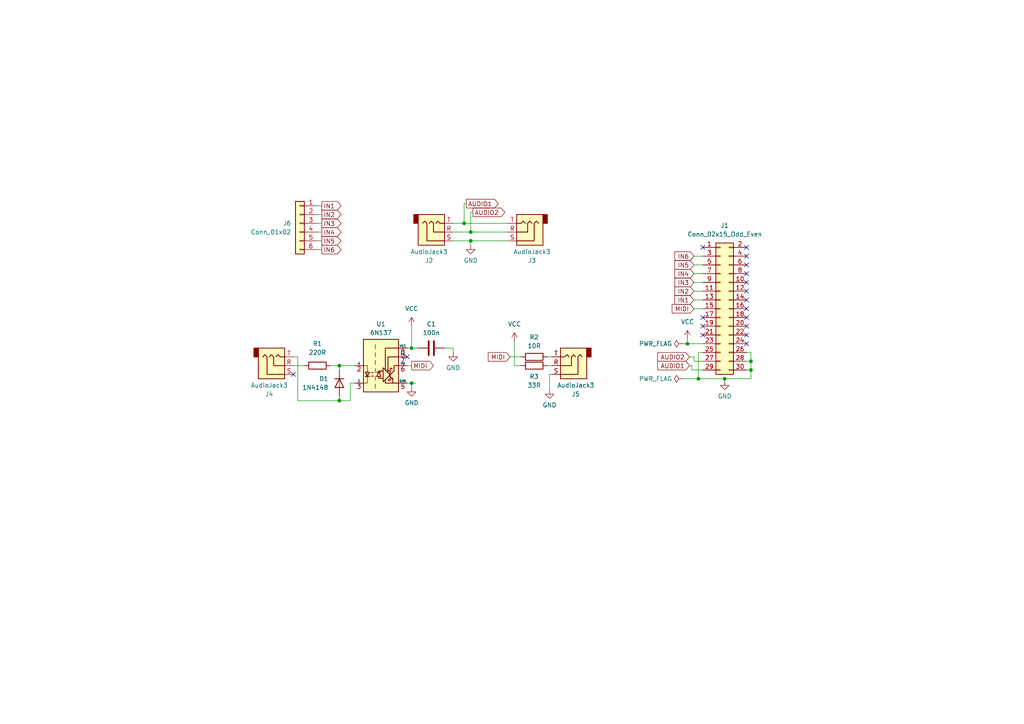
<source format=kicad_sch>
(kicad_sch (version 20230121) (generator eeschema)
  (paper "A4")
  (title_block (title "ad3-audio-midi-adapter") (date "2023-09-18") (rev "A"))
  (lib_symbols
    (symbol "Connector_Audio:AudioJack3"
      (property "Reference" "J" (at 0 8.89 0))
      (property "Value" "AudioJack3" (at 0 6.35 0))
      (symbol "AudioJack3_0_1"
        (rectangle (start -5.08 -5.08) (end -6.35 -2.54) (stroke (width 0.254)) (fill (type outline)))
        (polyline (pts (xy 0 -2.54) (xy 0.635 -3.175) (xy 1.27 -2.54) (xy 2.54 -2.54)) (stroke (width 0.254)))
        (polyline (pts (xy -1.905 -2.54) (xy -1.27 -3.175) (xy -0.635 -2.54) (xy -0.635 0) (xy 2.54 0)) (stroke (width 0.254)))
        (polyline (pts (xy 2.54 2.54) (xy -2.54 2.54) (xy -2.54 -2.54) (xy -3.175 -3.175) (xy -3.81 -2.54)) (stroke (width 0.254)))
        (rectangle (start 2.54 3.81) (end -5.08 -5.08) (stroke (width 0.254)) (fill (type background)))
      )
      (symbol "AudioJack3_1_1"
        (pin passive line (at 5.08 0 180) (length 2.54) (name "~") (number "R"))
        (pin passive line (at 5.08 2.54 180) (length 2.54) (name "~") (number "S"))
        (pin passive line (at 5.08 -2.54 180) (length 2.54) (name "~") (number "T"))
      )
    )
    (symbol "Connector_Generic:Conn_01x06" (pin_names (offset 1.016) hide)
      (property "Reference" "J" (at 0 7.62 0))
      (property "Value" "Conn_01x06" (at 0 -10.16 0))
      (symbol "Conn_01x06_1_1"
        (rectangle (start -1.27 -7.493) (end 0 -7.747) (stroke (width 0.1524)))
        (rectangle (start -1.27 -4.953) (end 0 -5.207) (stroke (width 0.1524)))
        (rectangle (start -1.27 -2.413) (end 0 -2.667) (stroke (width 0.1524)))
        (rectangle (start -1.27 0.127) (end 0 -0.127) (stroke (width 0.1524)))
        (rectangle (start -1.27 2.667) (end 0 2.413) (stroke (width 0.1524)))
        (rectangle (start -1.27 5.207) (end 0 4.953) (stroke (width 0.1524)))
        (rectangle (start -1.27 6.35) (end 1.27 -8.89) (stroke (width 0.254)) (fill (type background)))
        (pin passive line (at -5.08 5.08 0) (length 3.81) (name "Pin_1") (number "1"))
        (pin passive line (at -5.08 2.54 0) (length 3.81) (name "Pin_2") (number "2"))
        (pin passive line (at -5.08 0 0) (length 3.81) (name "Pin_3") (number "3"))
        (pin passive line (at -5.08 -2.54 0) (length 3.81) (name "Pin_4") (number "4"))
        (pin passive line (at -5.08 -5.08 0) (length 3.81) (name "Pin_5") (number "5"))
        (pin passive line (at -5.08 -7.62 0) (length 3.81) (name "Pin_6") (number "6"))
      )
    )
    (symbol "Connector_Generic:Conn_02x15_Odd_Even" (pin_names (offset 1.016) hide)
      (property "Reference" "J" (at 1.27 20.32 0))
      (property "Value" "Conn_02x15_Odd_Even" (at 1.27 -20.32 0))
      (symbol "Conn_02x15_Odd_Even_1_1"
        (rectangle (start -1.27 -17.653) (end 0 -17.907) (stroke (width 0.1524)))
        (rectangle (start -1.27 -15.113) (end 0 -15.367) (stroke (width 0.1524)))
        (rectangle (start -1.27 -12.573) (end 0 -12.827) (stroke (width 0.1524)))
        (rectangle (start -1.27 -10.033) (end 0 -10.287) (stroke (width 0.1524)))
        (rectangle (start -1.27 -7.493) (end 0 -7.747) (stroke (width 0.1524)))
        (rectangle (start -1.27 -4.953) (end 0 -5.207) (stroke (width 0.1524)))
        (rectangle (start -1.27 -2.413) (end 0 -2.667) (stroke (width 0.1524)))
        (rectangle (start -1.27 0.127) (end 0 -0.127) (stroke (width 0.1524)))
        (rectangle (start -1.27 2.667) (end 0 2.413) (stroke (width 0.1524)))
        (rectangle (start -1.27 5.207) (end 0 4.953) (stroke (width 0.1524)))
        (rectangle (start -1.27 7.747) (end 0 7.493) (stroke (width 0.1524)))
        (rectangle (start -1.27 10.287) (end 0 10.033) (stroke (width 0.1524)))
        (rectangle (start -1.27 12.827) (end 0 12.573) (stroke (width 0.1524)))
        (rectangle (start -1.27 15.367) (end 0 15.113) (stroke (width 0.1524)))
        (rectangle (start -1.27 17.907) (end 0 17.653) (stroke (width 0.1524)))
        (rectangle (start -1.27 19.05) (end 3.81 -19.05) (stroke (width 0.254)) (fill (type background)))
        (rectangle (start 3.81 -17.653) (end 2.54 -17.907) (stroke (width 0.1524)))
        (rectangle (start 3.81 -15.113) (end 2.54 -15.367) (stroke (width 0.1524)))
        (rectangle (start 3.81 -12.573) (end 2.54 -12.827) (stroke (width 0.1524)))
        (rectangle (start 3.81 -10.033) (end 2.54 -10.287) (stroke (width 0.1524)))
        (rectangle (start 3.81 -7.493) (end 2.54 -7.747) (stroke (width 0.1524)))
        (rectangle (start 3.81 -4.953) (end 2.54 -5.207) (stroke (width 0.1524)))
        (rectangle (start 3.81 -2.413) (end 2.54 -2.667) (stroke (width 0.1524)))
        (rectangle (start 3.81 0.127) (end 2.54 -0.127) (stroke (width 0.1524)))
        (rectangle (start 3.81 2.667) (end 2.54 2.413) (stroke (width 0.1524)))
        (rectangle (start 3.81 5.207) (end 2.54 4.953) (stroke (width 0.1524)))
        (rectangle (start 3.81 7.747) (end 2.54 7.493) (stroke (width 0.1524)))
        (rectangle (start 3.81 10.287) (end 2.54 10.033) (stroke (width 0.1524)))
        (rectangle (start 3.81 12.827) (end 2.54 12.573) (stroke (width 0.1524)))
        (rectangle (start 3.81 15.367) (end 2.54 15.113) (stroke (width 0.1524)))
        (rectangle (start 3.81 17.907) (end 2.54 17.653) (stroke (width 0.1524)))
        (pin passive line (at -5.08 17.78 0) (length 3.81) (name "Pin_1") (number "1"))
        (pin passive line (at 7.62 7.62 180) (length 3.81) (name "Pin_10") (number "10"))
        (pin passive line (at -5.08 5.08 0) (length 3.81) (name "Pin_11") (number "11"))
        (pin passive line (at 7.62 5.08 180) (length 3.81) (name "Pin_12") (number "12"))
        (pin passive line (at -5.08 2.54 0) (length 3.81) (name "Pin_13") (number "13"))
        (pin passive line (at 7.62 2.54 180) (length 3.81) (name "Pin_14") (number "14"))
        (pin passive line (at -5.08 0 0) (length 3.81) (name "Pin_15") (number "15"))
        (pin passive line (at 7.62 0 180) (length 3.81) (name "Pin_16") (number "16"))
        (pin passive line (at -5.08 -2.54 0) (length 3.81) (name "Pin_17") (number "17"))
        (pin passive line (at 7.62 -2.54 180) (length 3.81) (name "Pin_18") (number "18"))
        (pin passive line (at -5.08 -5.08 0) (length 3.81) (name "Pin_19") (number "19"))
        (pin passive line (at 7.62 17.78 180) (length 3.81) (name "Pin_2") (number "2"))
        (pin passive line (at 7.62 -5.08 180) (length 3.81) (name "Pin_20") (number "20"))
        (pin passive line (at -5.08 -7.62 0) (length 3.81) (name "Pin_21") (number "21"))
        (pin passive line (at 7.62 -7.62 180) (length 3.81) (name "Pin_22") (number "22"))
        (pin passive line (at -5.08 -10.16 0) (length 3.81) (name "Pin_23") (number "23"))
        (pin passive line (at 7.62 -10.16 180) (length 3.81) (name "Pin_24") (number "24"))
        (pin passive line (at -5.08 -12.7 0) (length 3.81) (name "Pin_25") (number "25"))
        (pin passive line (at 7.62 -12.7 180) (length 3.81) (name "Pin_26") (number "26"))
        (pin passive line (at -5.08 -15.24 0) (length 3.81) (name "Pin_27") (number "27"))
        (pin passive line (at 7.62 -15.24 180) (length 3.81) (name "Pin_28") (number "28"))
        (pin passive line (at -5.08 -17.78 0) (length 3.81) (name "Pin_29") (number "29"))
        (pin passive line (at -5.08 15.24 0) (length 3.81) (name "Pin_3") (number "3"))
        (pin passive line (at 7.62 -17.78 180) (length 3.81) (name "Pin_30") (number "30"))
        (pin passive line (at 7.62 15.24 180) (length 3.81) (name "Pin_4") (number "4"))
        (pin passive line (at -5.08 12.7 0) (length 3.81) (name "Pin_5") (number "5"))
        (pin passive line (at 7.62 12.7 180) (length 3.81) (name "Pin_6") (number "6"))
        (pin passive line (at -5.08 10.16 0) (length 3.81) (name "Pin_7") (number "7"))
        (pin passive line (at 7.62 10.16 180) (length 3.81) (name "Pin_8") (number "8"))
        (pin passive line (at -5.08 7.62 0) (length 3.81) (name "Pin_9") (number "9"))
      )
    )
    (symbol "Device:C" (pin_numbers hide) (pin_names (offset 0.254))
      (property "Reference" "C" (at 0.635 2.54 0))
      (property "Value" "C" (at 0.635 -2.54 0))
      (symbol "C_0_1"
        (polyline (pts (xy -2.032 -0.762) (xy 2.032 -0.762)) (stroke (width 0.508)))
        (polyline (pts (xy -2.032 0.762) (xy 2.032 0.762)) (stroke (width 0.508)))
      )
      (symbol "C_1_1"
        (pin passive line (at 0 3.81 270) (length 2.794) (name "~") (number "1"))
        (pin passive line (at 0 -3.81 90) (length 2.794) (name "~") (number "2"))
      )
    )
    (symbol "Device:R" (pin_numbers hide) (pin_names (offset 0))
      (property "Reference" "R" (at 2.032 0 90))
      (property "Value" "R" (at 0 0 90))
      (symbol "R_0_1"
        (rectangle (start -1.016 -2.54) (end 1.016 2.54) (stroke (width 0.254)))
      )
      (symbol "R_1_1"
        (pin passive line (at 0 3.81 270) (length 1.27) (name "~") (number "1"))
        (pin passive line (at 0 -3.81 90) (length 1.27) (name "~") (number "2"))
      )
    )
    (symbol "Diode:1N4148" (pin_numbers hide) (pin_names hide)
      (property "Reference" "D" (at 0 2.54 0))
      (property "Value" "1N4148" (at 0 -2.54 0))
      (symbol "1N4148_0_1"
        (polyline (pts (xy -1.27 1.27) (xy -1.27 -1.27)) (stroke (width 0.254)))
        (polyline (pts (xy 1.27 0) (xy -1.27 0)))
        (polyline (pts (xy 1.27 1.27) (xy 1.27 -1.27) (xy -1.27 0) (xy 1.27 1.27)) (stroke (width 0.254)))
      )
      (symbol "1N4148_1_1"
        (pin passive line (at -3.81 0 0) (length 2.54) (name "K") (number "1"))
        (pin passive line (at 3.81 0 180) (length 2.54) (name "A") (number "2"))
      )
    )
    (symbol "Isolator:6N137" (pin_names (offset 0))
      (property "Reference" "U" (at -4.064 8.89 0))
      (property "Value" "6N137" (at 0 -8.89 0))
      (symbol "6N137_0_1"
        (polyline (pts (xy 2.667 -3.556) (xy 2.667 -1.651)) (stroke (width 0.254)))
        (polyline (pts (xy 2.667 -2.159) (xy 2.667 -2.921)) (stroke (width 0.254)))
        (polyline (pts (xy 3.429 -3.937) (xy 3.429 -5.08)) (stroke (width 0.254)))
        (polyline (pts (xy -0.635 -3.302) (xy -0.635 -3.683) (xy 0.635 -3.683)) (stroke (width 0.254)))
        (polyline (pts (xy -0.635 -1.905) (xy -0.635 -1.524) (xy 0.508 -1.524)) (stroke (width 0.254)))
        (polyline (pts (xy 1.27 -4.064) (xy 1.27 -5.08) (xy 5.08 -5.08)) (stroke (width 0.254)))
        (polyline (pts (xy 1.27 -1.27) (xy 1.27 5.08) (xy 5.08 5.08)) (stroke (width 0.254)))
        (polyline (pts (xy 2.032 -1.27) (xy 2.032 2.54) (xy 5.08 2.54)) (stroke (width 0.254)))
        (polyline (pts (xy -5.08 -5.08) (xy -3.937 -5.08) (xy -3.937 0) (xy -5.08 0)))
        (polyline (pts (xy 2.667 -3.302) (xy 2.667 -4.318) (xy 2.159 -4.318) (xy 2.159 -3.937)) (stroke (width 0.254)))
        (polyline (pts (xy 2.667 -2.667) (xy 0.635 -4.699) (xy 0.635 -0.635) (xy 2.667 -2.667)) (stroke (width 0.254)))
        (polyline (pts (xy 2.667 -1.778) (xy 2.667 -0.762) (xy 3.175 -0.762) (xy 3.175 -1.143)) (stroke (width 0.254)))
        (polyline (pts (xy 2.794 -2.54) (xy 3.81 -1.524) (xy 3.81 0) (xy 5.08 0)) (stroke (width 0.254)))
        (polyline (pts (xy 2.667 -3.175) (xy 3.429 -3.937) (xy 3.302 -3.556) (xy 3.048 -3.81) (xy 3.429 -3.937)) (stroke (width 0.254)))
        (circle (center 2.032 -1.524) (radius 0.254) (stroke (width 0.254)))
      )
      (symbol "6N137_1_1"
        (rectangle (start -5.08 7.62) (end 5.08 -7.62) (stroke (width 0.254)) (fill (type background)))
        (polyline (pts (xy -4.572 -3.175) (xy -3.302 -3.175)) (stroke (width 0.254)))
        (polyline (pts (xy -1.651 -5.334) (xy -1.651 -6.604)))
        (polyline (pts (xy -1.651 -3.048) (xy -1.651 -4.318)))
        (polyline (pts (xy -1.651 -0.762) (xy -1.651 -2.032)))
        (polyline (pts (xy -1.651 1.524) (xy -1.651 0.254)))
        (polyline (pts (xy -1.651 3.81) (xy -1.651 2.54)))
        (polyline (pts (xy -1.651 6.096) (xy -1.651 4.826)))
        (polyline (pts (xy -1.27 -1.905) (xy 0 -1.905)) (stroke (width 0.254)))
        (polyline (pts (xy -3.937 -3.175) (xy -4.572 -1.905) (xy -3.302 -1.905) (xy -3.937 -3.175)) (stroke (width 0.254)))
        (polyline (pts (xy -0.635 -1.905) (xy -1.27 -3.175) (xy 0 -3.175) (xy -0.635 -1.905)) (stroke (width 0.254)))
        (polyline (pts (xy -2.921 -3.048) (xy -2.159 -3.048) (xy -2.54 -3.175) (xy -2.54 -2.921) (xy -2.159 -3.048)) (stroke (width 0.127)))
        (polyline (pts (xy -2.921 -2.032) (xy -2.159 -2.032) (xy -2.54 -2.159) (xy -2.54 -1.905) (xy -2.159 -2.032)) (stroke (width 0.127)))
        (pin no_connect line (at -5.08 5.08 0) (length 2.54) hide (name "NC") (number "1"))
        (pin passive line (at -7.62 0 0) (length 2.54) (name "A") (number "2"))
        (pin passive line (at -7.62 -5.08 0) (length 2.54) (name "C") (number "3"))
        (pin power_in line (at 7.62 -5.08 180) (length 2.54) (name "GND") (number "5"))
        (pin open_collector line (at 7.62 0 180) (length 2.54) (name "VO") (number "6"))
        (pin input line (at 7.62 2.54 180) (length 2.54) (name "EN") (number "7"))
        (pin power_in line (at 7.62 5.08 180) (length 2.54) (name "VCC") (number "8"))
      )
    )
    (symbol "power:GND" (power) (pin_names (offset 0))
      (property "Value" "GND" (at 0 -3.81 0))
      (symbol "GND_0_1"
        (polyline (pts (xy 0 0) (xy 0 -1.27) (xy 1.27 -1.27) (xy 0 -2.54) (xy -1.27 -1.27) (xy 0 -1.27)))
      )
      (symbol "GND_1_1"
        (pin power_in line (at 0 0 270) (length 0) hide (name "GND") (number "1"))
      )
    )
    (symbol "power:PWR_FLAG" (power) (pin_numbers hide) (pin_names (offset 0) hide)
      (property "Value" "PWR_FLAG" (at 0 3.81 0))
      (symbol "PWR_FLAG_0_0"
        (pin power_out line (at 0 0 90) (length 0) (name "pwr") (number "1"))
      )
      (symbol "PWR_FLAG_0_1"
        (polyline (pts (xy 0 0) (xy 0 1.27) (xy -1.016 1.905) (xy 0 2.54) (xy 1.016 1.905) (xy 0 1.27)))
      )
    )
    (symbol "power:VCC" (power) (pin_names (offset 0))
      (property "Value" "VCC" (at 0 3.81 0))
      (symbol "VCC_0_1"
        (polyline (pts (xy -0.762 1.27) (xy 0 2.54)))
        (polyline (pts (xy 0 0) (xy 0 2.54)))
        (polyline (pts (xy 0 2.54) (xy 0.762 1.27)))
      )
      (symbol "VCC_1_1"
        (pin power_in line (at 0 0 90) (length 0) hide (name "VCC") (number "1"))
      )
    )
  )
  (junction (at 119.38 100.965))
  (junction (at 202.565 109.855))
  (junction (at 136.525 67.31))
  (junction (at 98.425 106.045))
  (junction (at 136.525 69.85))
  (junction (at 217.805 104.775))
  (junction (at 210.185 109.855))
  (junction (at 134.62 64.77))
  (junction (at 217.805 107.315))
  (junction (at 98.425 116.205))
  (junction (at 199.39 99.695))
  (junction (at 119.38 111.125))
  (no_connect (at 216.535 84.455))
  (no_connect (at 216.535 94.615))
  (no_connect (at 216.535 92.075))
  (no_connect (at 216.535 76.835))
  (no_connect (at 216.535 74.295))
  (no_connect (at 216.535 97.155))
  (no_connect (at 203.835 94.615))
  (no_connect (at 216.535 79.375))
  (no_connect (at 216.535 89.535))
  (no_connect (at 216.535 81.915))
  (no_connect (at 216.535 99.695))
  (no_connect (at 203.835 92.075))
  (no_connect (at 216.535 71.755))
  (no_connect (at 203.835 71.755))
  (no_connect (at 118.11 103.505))
  (no_connect (at 85.09 108.585))
  (no_connect (at 203.835 97.155))
  (no_connect (at 216.535 86.995))
  (wire (pts (xy 200.66 107.315) (xy 203.835 107.315)))
  (wire (pts (xy 201.295 104.775) (xy 203.835 104.775)))
  (wire (pts (xy 118.11 111.125) (xy 119.38 111.125)))
  (wire (pts (xy 158.75 103.505) (xy 160.02 103.505)))
  (wire (pts (xy 200.025 106.045) (xy 200.66 106.045)))
  (wire (pts (xy 118.11 106.045) (xy 119.38 106.045)))
  (wire (pts (xy 201.295 89.535) (xy 203.835 89.535)))
  (wire (pts (xy 128.905 100.965) (xy 131.445 100.965)))
  (wire (pts (xy 101.6 116.205) (xy 101.6 111.125)))
  (wire (pts (xy 217.805 102.235) (xy 217.805 104.775)))
  (wire (pts (xy 136.525 69.85) (xy 147.32 69.85)))
  (wire (pts (xy 217.805 104.775) (xy 217.805 107.315)))
  (wire (pts (xy 136.525 61.595) (xy 137.16 61.595)))
  (wire (pts (xy 149.225 106.045) (xy 151.13 106.045)))
  (wire (pts (xy 201.295 76.835) (xy 203.835 76.835)))
  (wire (pts (xy 98.425 114.935) (xy 98.425 116.205)))
  (wire (pts (xy 149.225 99.06) (xy 149.225 106.045)))
  (wire (pts (xy 210.185 109.855) (xy 217.805 109.855)))
  (wire (pts (xy 201.295 86.995) (xy 203.835 86.995)))
  (wire (pts (xy 95.885 106.045) (xy 98.425 106.045)))
  (wire (pts (xy 147.955 103.505) (xy 151.13 103.505)))
  (wire (pts (xy 201.295 79.375) (xy 203.835 79.375)))
  (wire (pts (xy 134.62 59.055) (xy 135.255 59.055)))
  (wire (pts (xy 216.535 107.315) (xy 217.805 107.315)))
  (wire (pts (xy 119.38 111.125) (xy 119.38 112.395)))
  (wire (pts (xy 92.075 59.69) (xy 93.345 59.69)))
  (wire (pts (xy 201.295 81.915) (xy 203.835 81.915)))
  (wire (pts (xy 201.295 84.455) (xy 203.835 84.455)))
  (wire (pts (xy 86.36 116.205) (xy 98.425 116.205)))
  (wire (pts (xy 203.835 99.695) (xy 199.39 99.695)))
  (wire (pts (xy 210.185 109.855) (xy 210.185 110.49)))
  (wire (pts (xy 198.12 109.855) (xy 202.565 109.855)))
  (wire (pts (xy 202.565 109.855) (xy 210.185 109.855)))
  (wire (pts (xy 159.385 108.585) (xy 160.02 108.585)))
  (wire (pts (xy 147.32 64.77) (xy 134.62 64.77)))
  (wire (pts (xy 200.025 103.505) (xy 201.295 103.505)))
  (wire (pts (xy 201.295 103.505) (xy 201.295 104.775)))
  (wire (pts (xy 92.075 72.39) (xy 93.345 72.39)))
  (wire (pts (xy 92.075 67.31) (xy 93.345 67.31)))
  (wire (pts (xy 202.565 102.235) (xy 202.565 109.855)))
  (wire (pts (xy 202.565 102.235) (xy 203.835 102.235)))
  (wire (pts (xy 217.805 107.315) (xy 217.805 109.855)))
  (wire (pts (xy 118.11 100.965) (xy 119.38 100.965)))
  (wire (pts (xy 199.39 99.695) (xy 199.39 98.425)))
  (wire (pts (xy 131.445 69.85) (xy 136.525 69.85)))
  (wire (pts (xy 134.62 59.055) (xy 134.62 64.77)))
  (wire (pts (xy 98.425 106.045) (xy 102.87 106.045)))
  (wire (pts (xy 119.38 100.965) (xy 121.285 100.965)))
  (wire (pts (xy 85.09 103.505) (xy 86.36 103.505)))
  (wire (pts (xy 158.75 106.045) (xy 160.02 106.045)))
  (wire (pts (xy 86.36 103.505) (xy 86.36 116.205)))
  (wire (pts (xy 119.38 94.615) (xy 119.38 100.965)))
  (wire (pts (xy 136.525 67.31) (xy 136.525 61.595)))
  (wire (pts (xy 198.12 99.695) (xy 199.39 99.695)))
  (wire (pts (xy 119.38 111.125) (xy 120.65 111.125)))
  (wire (pts (xy 98.425 106.045) (xy 98.425 107.315)))
  (wire (pts (xy 131.445 64.77) (xy 134.62 64.77)))
  (wire (pts (xy 136.525 69.85) (xy 136.525 71.12)))
  (wire (pts (xy 131.445 100.965) (xy 131.445 102.235)))
  (wire (pts (xy 92.075 69.85) (xy 93.345 69.85)))
  (wire (pts (xy 200.66 106.045) (xy 200.66 107.315)))
  (wire (pts (xy 216.535 102.235) (xy 217.805 102.235)))
  (wire (pts (xy 92.075 62.23) (xy 93.345 62.23)))
  (wire (pts (xy 92.075 64.77) (xy 93.345 64.77)))
  (wire (pts (xy 136.525 67.31) (xy 147.32 67.31)))
  (wire (pts (xy 201.295 74.295) (xy 203.835 74.295)))
  (wire (pts (xy 98.425 116.205) (xy 101.6 116.205)))
  (wire (pts (xy 159.385 113.03) (xy 159.385 108.585)))
  (wire (pts (xy 101.6 111.125) (xy 102.87 111.125)))
  (wire (pts (xy 216.535 104.775) (xy 217.805 104.775)))
  (wire (pts (xy 85.09 106.045) (xy 88.265 106.045)))
  (wire (pts (xy 131.445 67.31) (xy 136.525 67.31)))
  (global_label "AUDIO2" (shape input) (at 200.025 103.505 180) (property "Intersheetrefs" "${INTERSHEET_REFS}" (effects hide)))
  (global_label "AUDIO1" (shape input) (at 200.025 106.045 180) (property "Intersheetrefs" "${INTERSHEET_REFS}" (effects hide)))
  (global_label "IN6" (shape input) (at 201.295 74.295 180) (property "Intersheetrefs" "${INTERSHEET_REFS}" (effects hide)))
  (global_label "IN6" (shape output) (at 93.345 72.39 0) (property "Intersheetrefs" "${INTERSHEET_REFS}" (effects hide)))
  (global_label "IN3" (shape input) (at 201.295 81.915 180) (property "Intersheetrefs" "${INTERSHEET_REFS}" (effects hide)))
  (global_label "IN2" (shape output) (at 93.345 62.23 0) (property "Intersheetrefs" "${INTERSHEET_REFS}" (effects hide)))
  (global_label "IN2" (shape input) (at 201.295 84.455 180) (property "Intersheetrefs" "${INTERSHEET_REFS}" (effects hide)))
  (global_label "IN5" (shape input) (at 201.295 76.835 180) (property "Intersheetrefs" "${INTERSHEET_REFS}" (effects hide)))
  (global_label "AUDIO1" (shape output) (at 135.255 59.055 0) (property "Intersheetrefs" "${INTERSHEET_REFS}" (effects hide)))
  (global_label "MIDI" (shape input) (at 201.295 89.535 180) (property "Intersheetrefs" "${INTERSHEET_REFS}" (effects hide)))
  (global_label "IN3" (shape output) (at 93.345 64.77 0) (property "Intersheetrefs" "${INTERSHEET_REFS}" (effects hide)))
  (global_label "MIDI" (shape input) (at 147.955 103.505 180) (property "Intersheetrefs" "${INTERSHEET_REFS}" (effects hide)))
  (global_label "MIDI" (shape output) (at 119.38 106.045 0) (property "Intersheetrefs" "${INTERSHEET_REFS}" (effects hide)))
  (global_label "IN1" (shape output) (at 93.345 59.69 0) (property "Intersheetrefs" "${INTERSHEET_REFS}" (effects hide)))
  (global_label "IN1" (shape input) (at 201.295 86.995 180) (property "Intersheetrefs" "${INTERSHEET_REFS}" (effects hide)))
  (global_label "AUDIO2" (shape output) (at 137.16 61.595 0) (property "Intersheetrefs" "${INTERSHEET_REFS}" (effects hide)))
  (global_label "IN5" (shape output) (at 93.345 69.85 0) (property "Intersheetrefs" "${INTERSHEET_REFS}" (effects hide)))
  (global_label "IN4" (shape output) (at 93.345 67.31 0) (property "Intersheetrefs" "${INTERSHEET_REFS}" (effects hide)))
  (global_label "IN4" (shape input) (at 201.295 79.375 180) (property "Intersheetrefs" "${INTERSHEET_REFS}" (effects hide)))
  (symbol (lib_id "power:GND") (at 131.445 102.235 0) (unit 1)
    (property "Reference" "#PWR06" (effects hide))
    (property "Value" "GND" (at 131.445 106.68 0))
  )
  (symbol (lib_id "Connector_Audio:AudioJack3") (at 80.01 106.045 0) (mirror x) (unit 1)
    (property "Reference" "J4" (at 78.105 114.3 0))
    (property "Value" "AudioJack3" (at 78.105 111.76 0))
    (property "Footprint" "STX-3120-3B:Jack_3.5mm_STX-3120-3B_Horizontal" (effects hide))
  )
  (symbol (lib_id "Connector_Audio:AudioJack3") (at 152.4 67.31 180) (unit 1)
    (property "Reference" "J3" (at 154.305 75.565 0))
    (property "Value" "AudioJack3" (at 154.305 73.025 0))
    (property "Footprint" "STX-3120-3B:Jack_3.5mm_STX-3120-3B_Horizontal" (effects hide))
  )
  (symbol (lib_id "Isolator:6N137") (at 110.49 106.045 0) (unit 1)
    (property "Reference" "U1" (at 110.49 93.98 0))
    (property "Value" "6N137" (at 110.49 96.52 0))
    (property "Footprint" "Package_DIP:DIP-8_W7.62mm" (effects hide))
    (property "Datasheet" "https://docs.broadcom.com/docs/AV02-0940EN" (effects hide))
  )
  (symbol (lib_id "Device:C") (at 125.095 100.965 90) (unit 1)
    (property "Reference" "C1" (at 125.095 93.98 90))
    (property "Value" "100n" (at 125.095 96.52 90))
    (property "Footprint" "Capacitor_THT:C_Disc_D4.3mm_W1.9mm_P5.00mm" (effects hide))
  )
  (symbol (lib_id "Connector_Audio:AudioJack3") (at 165.1 106.045 180) (unit 1)
    (property "Reference" "J5" (at 167.005 114.3 0))
    (property "Value" "AudioJack3" (at 167.005 111.76 0))
    (property "Footprint" "STX-3120-3B:Jack_3.5mm_STX-3120-3B_Horizontal" (effects hide))
  )
  (symbol (lib_id "Device:R") (at 154.94 103.505 90) (unit 1)
    (property "Reference" "R2" (at 154.94 97.79 90))
    (property "Value" "10R" (at 154.94 100.33 90))
    (property "Footprint" "Resistor_THT:R_Axial_DIN0207_L6.3mm_D2.5mm_P10.16mm_Horizontal" (effects hide))
  )
  (symbol (lib_id "power:GND") (at 136.525 71.12 0) (unit 1)
    (property "Reference" "#PWR03" (effects hide))
    (property "Value" "GND" (at 136.525 75.565 0))
  )
  (symbol (lib_id "power:VCC") (at 149.225 99.06 0) (unit 1)
    (property "Reference" "#PWR08" (effects hide))
    (property "Value" "VCC" (at 149.225 93.98 0))
  )
  (symbol (lib_id "power:GND") (at 210.185 110.49 0) (unit 1)
    (property "Reference" "#PWR01" (effects hide))
    (property "Value" "GND" (at 210.185 114.935 0))
  )
  (symbol (lib_id "power:PWR_FLAG") (at 198.12 109.855 90) (unit 1)
    (property "Reference" "#FLG02" (effects hide))
    (property "Value" "PWR_FLAG" (at 194.945 109.855 90) (effects (justify left)))
  )
  (symbol (lib_id "power:VCC") (at 199.39 98.425 0) (unit 1)
    (property "Reference" "#PWR02" (effects hide))
    (property "Value" "VCC" (at 199.39 93.345 0))
  )
  (symbol (lib_id "power:PWR_FLAG") (at 198.12 99.695 90) (unit 1)
    (property "Reference" "#FLG01" (effects hide))
    (property "Value" "PWR_FLAG" (at 194.945 99.695 90) (effects (justify left)))
  )
  (symbol (lib_id "power:GND") (at 119.38 112.395 0) (unit 1)
    (property "Reference" "#PWR07" (effects hide))
    (property "Value" "GND" (at 119.38 116.84 0))
  )
  (symbol (lib_id "Connector_Generic:Conn_01x06") (at 86.995 64.77 0) (mirror y) (unit 1)
    (property "Reference" "J6" (at 84.455 64.77 0) (effects (justify left)))
    (property "Value" "Conn_01x02" (at 84.455 67.31 0) (effects (justify left)))
    (property "Footprint" "Connector_PinHeader_2.54mm:PinHeader_1x06_P2.54mm_Vertical" (effects hide))
  )
  (symbol (lib_id "power:VCC") (at 119.38 94.615 0) (unit 1)
    (property "Reference" "#PWR05" (effects hide))
    (property "Value" "VCC" (at 119.38 89.535 0))
  )
  (symbol (lib_id "Device:R") (at 154.94 106.045 90) (unit 1)
    (property "Reference" "R3" (at 154.94 109.22 90))
    (property "Value" "33R" (at 154.94 111.76 90))
    (property "Footprint" "Resistor_THT:R_Axial_DIN0207_L6.3mm_D2.5mm_P10.16mm_Horizontal" (effects hide))
  )
  (symbol (lib_id "Device:R") (at 92.075 106.045 90) (unit 1)
    (property "Reference" "R1" (at 92.075 99.695 90))
    (property "Value" "220R" (at 92.075 102.235 90))
    (property "Footprint" "Resistor_THT:R_Axial_DIN0207_L6.3mm_D2.5mm_P10.16mm_Horizontal" (effects hide))
  )
  (symbol (lib_id "Diode:1N4148") (at 98.425 111.125 270) (unit 1)
    (property "Reference" "D1" (at 95.25 109.855 90) (effects (justify right)))
    (property "Value" "1N4148" (at 95.25 112.395 90) (effects (justify right)))
    (property "Footprint" "Diode_THT:D_DO-35_SOD27_P7.62mm_Horizontal" (effects hide))
    (property "Datasheet" "https://assets.nexperia.com/documents/data-sheet/1N4148_1N4448.pdf" (effects hide))
    (property "Sim.Device" "D" (effects hide))
    (property "Sim.Pins" "1=K 2=A" (effects hide))
  )
  (symbol (lib_id "Connector_Audio:AudioJack3") (at 126.365 67.31 0) (mirror x) (unit 1)
    (property "Reference" "J2" (at 124.46 75.565 0))
    (property "Value" "AudioJack3" (at 124.46 73.025 0))
    (property "Footprint" "STX-3120-3B:Jack_3.5mm_STX-3120-3B_Horizontal" (effects hide))
  )
  (symbol (lib_id "power:GND") (at 159.385 113.03 0) (unit 1)
    (property "Reference" "#PWR04" (effects hide))
    (property "Value" "GND" (at 159.385 117.475 0))
  )
  (symbol (lib_id "Connector_Generic:Conn_02x15_Odd_Even") (at 208.915 89.535 0) (unit 1)
    (property "Reference" "J1" (at 210.185 65.405 0))
    (property "Value" "Conn_02x15_Odd_Even" (at 210.185 67.945 0))
    (property "Footprint" "Connector_PinSocket_2.54mm:PinSocket_2x15_P2.54mm_Horizontal" (effects hide))
  )
)
</source>
